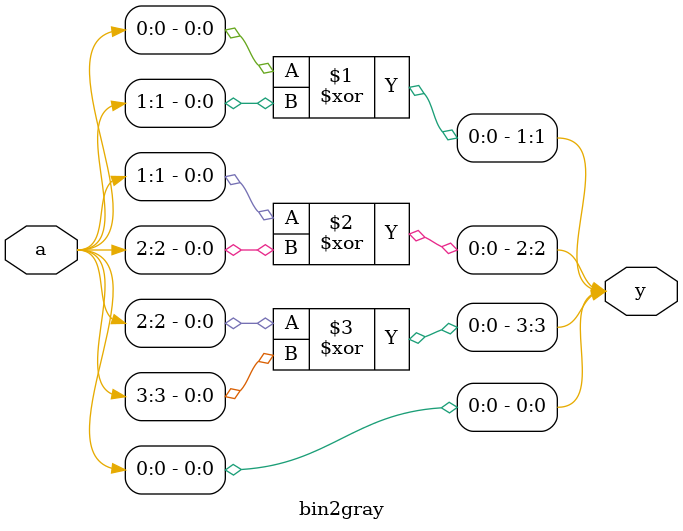
<source format=v>
`timescale 1ns / 1ps
module bin2gray(
    input [0:3] a,
    output [0:3] y
    );
	 assign y[0]=a[0];
	 xor x1(y[1],a[0],a[1]);
	 xor x2(y[2],a[1],a[2]);
	 xor x3(y[3],a[2],a[3]);

endmodule

</source>
